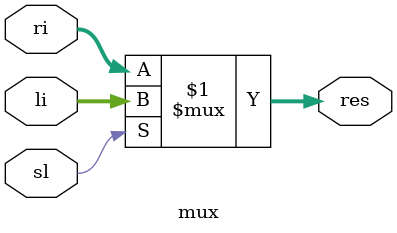
<source format=sv>
`timescale 1ns / 1ps


module mux #(parameter WIDTH = 32)(
    input  logic [WIDTH-1:0] ri,   // 0
    input  logic [WIDTH-1:0] li,   // 1
    input  logic             sl,
    output logic [WIDTH-1:0] res
);
    assign res = sl ? li : ri;
endmodule

</source>
